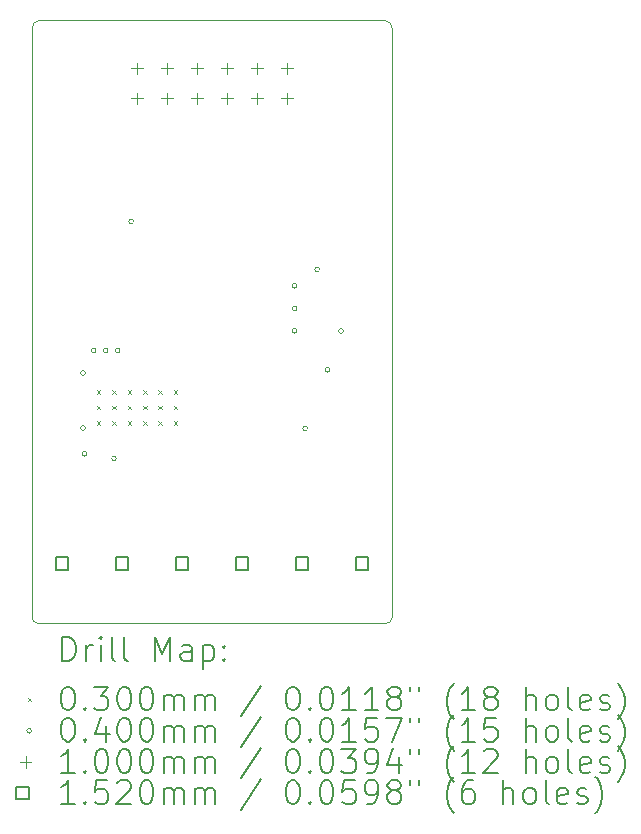
<source format=gbr>
%TF.GenerationSoftware,KiCad,Pcbnew,7.0.9-7.0.9~ubuntu20.04.1*%
%TF.CreationDate,2024-01-18T00:40:23+01:00*%
%TF.ProjectId,kicad-pmod_bldc,6b696361-642d-4706-9d6f-645f626c6463,1.0*%
%TF.SameCoordinates,Original*%
%TF.FileFunction,Drillmap*%
%TF.FilePolarity,Positive*%
%FSLAX45Y45*%
G04 Gerber Fmt 4.5, Leading zero omitted, Abs format (unit mm)*
G04 Created by KiCad (PCBNEW 7.0.9-7.0.9~ubuntu20.04.1) date 2024-01-18 00:40:23*
%MOMM*%
%LPD*%
G01*
G04 APERTURE LIST*
%ADD10C,0.100000*%
%ADD11C,0.200000*%
%ADD12C,0.152000*%
G04 APERTURE END LIST*
D10*
X12903200Y-10160000D02*
G75*
G03*
X12954000Y-10109200I0J50800D01*
G01*
X9906000Y-10109200D02*
G75*
G03*
X9956800Y-10160000I50800J0D01*
G01*
X9969500Y-5054600D02*
G75*
G03*
X9906000Y-5118100I0J-63500D01*
G01*
X12954000Y-5118100D02*
G75*
G03*
X12890500Y-5054600I-63500J0D01*
G01*
X12954000Y-10109200D02*
X12954000Y-5118100D01*
X12890500Y-5054600D02*
X9969500Y-5054600D01*
X9956800Y-10160000D02*
X12903200Y-10160000D01*
X9906000Y-5118100D02*
X9906000Y-10109200D01*
D11*
D10*
X10455000Y-8186200D02*
X10485000Y-8216200D01*
X10485000Y-8186200D02*
X10455000Y-8216200D01*
X10455000Y-8316200D02*
X10485000Y-8346200D01*
X10485000Y-8316200D02*
X10455000Y-8346200D01*
X10455000Y-8446200D02*
X10485000Y-8476200D01*
X10485000Y-8446200D02*
X10455000Y-8476200D01*
X10585000Y-8186200D02*
X10615000Y-8216200D01*
X10615000Y-8186200D02*
X10585000Y-8216200D01*
X10585000Y-8316200D02*
X10615000Y-8346200D01*
X10615000Y-8316200D02*
X10585000Y-8346200D01*
X10585000Y-8446200D02*
X10615000Y-8476200D01*
X10615000Y-8446200D02*
X10585000Y-8476200D01*
X10715000Y-8186200D02*
X10745000Y-8216200D01*
X10745000Y-8186200D02*
X10715000Y-8216200D01*
X10715000Y-8316200D02*
X10745000Y-8346200D01*
X10745000Y-8316200D02*
X10715000Y-8346200D01*
X10715000Y-8446200D02*
X10745000Y-8476200D01*
X10745000Y-8446200D02*
X10715000Y-8476200D01*
X10845000Y-8186200D02*
X10875000Y-8216200D01*
X10875000Y-8186200D02*
X10845000Y-8216200D01*
X10845000Y-8316200D02*
X10875000Y-8346200D01*
X10875000Y-8316200D02*
X10845000Y-8346200D01*
X10845000Y-8446200D02*
X10875000Y-8476200D01*
X10875000Y-8446200D02*
X10845000Y-8476200D01*
X10975000Y-8186200D02*
X11005000Y-8216200D01*
X11005000Y-8186200D02*
X10975000Y-8216200D01*
X10975000Y-8316200D02*
X11005000Y-8346200D01*
X11005000Y-8316200D02*
X10975000Y-8346200D01*
X10975000Y-8446200D02*
X11005000Y-8476200D01*
X11005000Y-8446200D02*
X10975000Y-8476200D01*
X11105000Y-8186200D02*
X11135000Y-8216200D01*
X11135000Y-8186200D02*
X11105000Y-8216200D01*
X11105000Y-8316200D02*
X11135000Y-8346200D01*
X11135000Y-8316200D02*
X11105000Y-8346200D01*
X11105000Y-8446200D02*
X11135000Y-8476200D01*
X11135000Y-8446200D02*
X11105000Y-8476200D01*
X10357750Y-8505150D02*
G75*
G03*
X10357750Y-8505150I-20000J0D01*
G01*
X10357800Y-8039100D02*
G75*
G03*
X10357800Y-8039100I-20000J0D01*
G01*
X10370500Y-8724900D02*
G75*
G03*
X10370500Y-8724900I-20000J0D01*
G01*
X10446700Y-7848600D02*
G75*
G03*
X10446700Y-7848600I-20000J0D01*
G01*
X10548300Y-7848600D02*
G75*
G03*
X10548300Y-7848600I-20000J0D01*
G01*
X10619420Y-8763000D02*
G75*
G03*
X10619420Y-8763000I-20000J0D01*
G01*
X10649900Y-7848600D02*
G75*
G03*
X10649900Y-7848600I-20000J0D01*
G01*
X10764200Y-6756400D02*
G75*
G03*
X10764200Y-6756400I-20000J0D01*
G01*
X12148500Y-7302500D02*
G75*
G03*
X12148500Y-7302500I-20000J0D01*
G01*
X12148500Y-7493000D02*
G75*
G03*
X12148500Y-7493000I-20000J0D01*
G01*
X12148500Y-7683500D02*
G75*
G03*
X12148500Y-7683500I-20000J0D01*
G01*
X12237400Y-8509000D02*
G75*
G03*
X12237400Y-8509000I-20000J0D01*
G01*
X12339000Y-7162800D02*
G75*
G03*
X12339000Y-7162800I-20000J0D01*
G01*
X12427900Y-8013700D02*
G75*
G03*
X12427900Y-8013700I-20000J0D01*
G01*
X12542200Y-7683500D02*
G75*
G03*
X12542200Y-7683500I-20000J0D01*
G01*
X10795000Y-5411000D02*
X10795000Y-5511000D01*
X10745000Y-5461000D02*
X10845000Y-5461000D01*
X10795000Y-5665000D02*
X10795000Y-5765000D01*
X10745000Y-5715000D02*
X10845000Y-5715000D01*
X11049000Y-5411000D02*
X11049000Y-5511000D01*
X10999000Y-5461000D02*
X11099000Y-5461000D01*
X11049000Y-5665000D02*
X11049000Y-5765000D01*
X10999000Y-5715000D02*
X11099000Y-5715000D01*
X11303000Y-5411000D02*
X11303000Y-5511000D01*
X11253000Y-5461000D02*
X11353000Y-5461000D01*
X11303000Y-5665000D02*
X11303000Y-5765000D01*
X11253000Y-5715000D02*
X11353000Y-5715000D01*
X11557000Y-5411000D02*
X11557000Y-5511000D01*
X11507000Y-5461000D02*
X11607000Y-5461000D01*
X11557000Y-5665000D02*
X11557000Y-5765000D01*
X11507000Y-5715000D02*
X11607000Y-5715000D01*
X11811000Y-5411000D02*
X11811000Y-5511000D01*
X11761000Y-5461000D02*
X11861000Y-5461000D01*
X11811000Y-5665000D02*
X11811000Y-5765000D01*
X11761000Y-5715000D02*
X11861000Y-5715000D01*
X12065000Y-5411000D02*
X12065000Y-5511000D01*
X12015000Y-5461000D02*
X12115000Y-5461000D01*
X12065000Y-5665000D02*
X12065000Y-5765000D01*
X12015000Y-5715000D02*
X12115000Y-5715000D01*
D12*
X10213741Y-9705741D02*
X10213741Y-9598259D01*
X10106259Y-9598259D01*
X10106259Y-9705741D01*
X10213741Y-9705741D01*
X10721741Y-9705741D02*
X10721741Y-9598259D01*
X10614259Y-9598259D01*
X10614259Y-9705741D01*
X10721741Y-9705741D01*
X11229741Y-9705741D02*
X11229741Y-9598259D01*
X11122259Y-9598259D01*
X11122259Y-9705741D01*
X11229741Y-9705741D01*
X11737741Y-9705741D02*
X11737741Y-9598259D01*
X11630259Y-9598259D01*
X11630259Y-9705741D01*
X11737741Y-9705741D01*
X12245741Y-9705741D02*
X12245741Y-9598259D01*
X12138259Y-9598259D01*
X12138259Y-9705741D01*
X12245741Y-9705741D01*
X12753741Y-9705741D02*
X12753741Y-9598259D01*
X12646259Y-9598259D01*
X12646259Y-9705741D01*
X12753741Y-9705741D01*
D11*
X10161777Y-10476484D02*
X10161777Y-10276484D01*
X10161777Y-10276484D02*
X10209396Y-10276484D01*
X10209396Y-10276484D02*
X10237967Y-10286008D01*
X10237967Y-10286008D02*
X10257015Y-10305055D01*
X10257015Y-10305055D02*
X10266539Y-10324103D01*
X10266539Y-10324103D02*
X10276063Y-10362198D01*
X10276063Y-10362198D02*
X10276063Y-10390770D01*
X10276063Y-10390770D02*
X10266539Y-10428865D01*
X10266539Y-10428865D02*
X10257015Y-10447912D01*
X10257015Y-10447912D02*
X10237967Y-10466960D01*
X10237967Y-10466960D02*
X10209396Y-10476484D01*
X10209396Y-10476484D02*
X10161777Y-10476484D01*
X10361777Y-10476484D02*
X10361777Y-10343150D01*
X10361777Y-10381246D02*
X10371301Y-10362198D01*
X10371301Y-10362198D02*
X10380824Y-10352674D01*
X10380824Y-10352674D02*
X10399872Y-10343150D01*
X10399872Y-10343150D02*
X10418920Y-10343150D01*
X10485586Y-10476484D02*
X10485586Y-10343150D01*
X10485586Y-10276484D02*
X10476063Y-10286008D01*
X10476063Y-10286008D02*
X10485586Y-10295531D01*
X10485586Y-10295531D02*
X10495110Y-10286008D01*
X10495110Y-10286008D02*
X10485586Y-10276484D01*
X10485586Y-10276484D02*
X10485586Y-10295531D01*
X10609396Y-10476484D02*
X10590348Y-10466960D01*
X10590348Y-10466960D02*
X10580824Y-10447912D01*
X10580824Y-10447912D02*
X10580824Y-10276484D01*
X10714158Y-10476484D02*
X10695110Y-10466960D01*
X10695110Y-10466960D02*
X10685586Y-10447912D01*
X10685586Y-10447912D02*
X10685586Y-10276484D01*
X10942729Y-10476484D02*
X10942729Y-10276484D01*
X10942729Y-10276484D02*
X11009396Y-10419341D01*
X11009396Y-10419341D02*
X11076063Y-10276484D01*
X11076063Y-10276484D02*
X11076063Y-10476484D01*
X11257015Y-10476484D02*
X11257015Y-10371722D01*
X11257015Y-10371722D02*
X11247491Y-10352674D01*
X11247491Y-10352674D02*
X11228443Y-10343150D01*
X11228443Y-10343150D02*
X11190348Y-10343150D01*
X11190348Y-10343150D02*
X11171301Y-10352674D01*
X11257015Y-10466960D02*
X11237967Y-10476484D01*
X11237967Y-10476484D02*
X11190348Y-10476484D01*
X11190348Y-10476484D02*
X11171301Y-10466960D01*
X11171301Y-10466960D02*
X11161777Y-10447912D01*
X11161777Y-10447912D02*
X11161777Y-10428865D01*
X11161777Y-10428865D02*
X11171301Y-10409817D01*
X11171301Y-10409817D02*
X11190348Y-10400293D01*
X11190348Y-10400293D02*
X11237967Y-10400293D01*
X11237967Y-10400293D02*
X11257015Y-10390770D01*
X11352253Y-10343150D02*
X11352253Y-10543150D01*
X11352253Y-10352674D02*
X11371301Y-10343150D01*
X11371301Y-10343150D02*
X11409396Y-10343150D01*
X11409396Y-10343150D02*
X11428443Y-10352674D01*
X11428443Y-10352674D02*
X11437967Y-10362198D01*
X11437967Y-10362198D02*
X11447491Y-10381246D01*
X11447491Y-10381246D02*
X11447491Y-10438389D01*
X11447491Y-10438389D02*
X11437967Y-10457436D01*
X11437967Y-10457436D02*
X11428443Y-10466960D01*
X11428443Y-10466960D02*
X11409396Y-10476484D01*
X11409396Y-10476484D02*
X11371301Y-10476484D01*
X11371301Y-10476484D02*
X11352253Y-10466960D01*
X11533205Y-10457436D02*
X11542729Y-10466960D01*
X11542729Y-10466960D02*
X11533205Y-10476484D01*
X11533205Y-10476484D02*
X11523682Y-10466960D01*
X11523682Y-10466960D02*
X11533205Y-10457436D01*
X11533205Y-10457436D02*
X11533205Y-10476484D01*
X11533205Y-10352674D02*
X11542729Y-10362198D01*
X11542729Y-10362198D02*
X11533205Y-10371722D01*
X11533205Y-10371722D02*
X11523682Y-10362198D01*
X11523682Y-10362198D02*
X11533205Y-10352674D01*
X11533205Y-10352674D02*
X11533205Y-10371722D01*
D10*
X9871000Y-10790000D02*
X9901000Y-10820000D01*
X9901000Y-10790000D02*
X9871000Y-10820000D01*
D11*
X10199872Y-10696484D02*
X10218920Y-10696484D01*
X10218920Y-10696484D02*
X10237967Y-10706008D01*
X10237967Y-10706008D02*
X10247491Y-10715531D01*
X10247491Y-10715531D02*
X10257015Y-10734579D01*
X10257015Y-10734579D02*
X10266539Y-10772674D01*
X10266539Y-10772674D02*
X10266539Y-10820293D01*
X10266539Y-10820293D02*
X10257015Y-10858389D01*
X10257015Y-10858389D02*
X10247491Y-10877436D01*
X10247491Y-10877436D02*
X10237967Y-10886960D01*
X10237967Y-10886960D02*
X10218920Y-10896484D01*
X10218920Y-10896484D02*
X10199872Y-10896484D01*
X10199872Y-10896484D02*
X10180824Y-10886960D01*
X10180824Y-10886960D02*
X10171301Y-10877436D01*
X10171301Y-10877436D02*
X10161777Y-10858389D01*
X10161777Y-10858389D02*
X10152253Y-10820293D01*
X10152253Y-10820293D02*
X10152253Y-10772674D01*
X10152253Y-10772674D02*
X10161777Y-10734579D01*
X10161777Y-10734579D02*
X10171301Y-10715531D01*
X10171301Y-10715531D02*
X10180824Y-10706008D01*
X10180824Y-10706008D02*
X10199872Y-10696484D01*
X10352253Y-10877436D02*
X10361777Y-10886960D01*
X10361777Y-10886960D02*
X10352253Y-10896484D01*
X10352253Y-10896484D02*
X10342729Y-10886960D01*
X10342729Y-10886960D02*
X10352253Y-10877436D01*
X10352253Y-10877436D02*
X10352253Y-10896484D01*
X10428444Y-10696484D02*
X10552253Y-10696484D01*
X10552253Y-10696484D02*
X10485586Y-10772674D01*
X10485586Y-10772674D02*
X10514158Y-10772674D01*
X10514158Y-10772674D02*
X10533205Y-10782198D01*
X10533205Y-10782198D02*
X10542729Y-10791722D01*
X10542729Y-10791722D02*
X10552253Y-10810770D01*
X10552253Y-10810770D02*
X10552253Y-10858389D01*
X10552253Y-10858389D02*
X10542729Y-10877436D01*
X10542729Y-10877436D02*
X10533205Y-10886960D01*
X10533205Y-10886960D02*
X10514158Y-10896484D01*
X10514158Y-10896484D02*
X10457015Y-10896484D01*
X10457015Y-10896484D02*
X10437967Y-10886960D01*
X10437967Y-10886960D02*
X10428444Y-10877436D01*
X10676063Y-10696484D02*
X10695110Y-10696484D01*
X10695110Y-10696484D02*
X10714158Y-10706008D01*
X10714158Y-10706008D02*
X10723682Y-10715531D01*
X10723682Y-10715531D02*
X10733205Y-10734579D01*
X10733205Y-10734579D02*
X10742729Y-10772674D01*
X10742729Y-10772674D02*
X10742729Y-10820293D01*
X10742729Y-10820293D02*
X10733205Y-10858389D01*
X10733205Y-10858389D02*
X10723682Y-10877436D01*
X10723682Y-10877436D02*
X10714158Y-10886960D01*
X10714158Y-10886960D02*
X10695110Y-10896484D01*
X10695110Y-10896484D02*
X10676063Y-10896484D01*
X10676063Y-10896484D02*
X10657015Y-10886960D01*
X10657015Y-10886960D02*
X10647491Y-10877436D01*
X10647491Y-10877436D02*
X10637967Y-10858389D01*
X10637967Y-10858389D02*
X10628444Y-10820293D01*
X10628444Y-10820293D02*
X10628444Y-10772674D01*
X10628444Y-10772674D02*
X10637967Y-10734579D01*
X10637967Y-10734579D02*
X10647491Y-10715531D01*
X10647491Y-10715531D02*
X10657015Y-10706008D01*
X10657015Y-10706008D02*
X10676063Y-10696484D01*
X10866539Y-10696484D02*
X10885586Y-10696484D01*
X10885586Y-10696484D02*
X10904634Y-10706008D01*
X10904634Y-10706008D02*
X10914158Y-10715531D01*
X10914158Y-10715531D02*
X10923682Y-10734579D01*
X10923682Y-10734579D02*
X10933205Y-10772674D01*
X10933205Y-10772674D02*
X10933205Y-10820293D01*
X10933205Y-10820293D02*
X10923682Y-10858389D01*
X10923682Y-10858389D02*
X10914158Y-10877436D01*
X10914158Y-10877436D02*
X10904634Y-10886960D01*
X10904634Y-10886960D02*
X10885586Y-10896484D01*
X10885586Y-10896484D02*
X10866539Y-10896484D01*
X10866539Y-10896484D02*
X10847491Y-10886960D01*
X10847491Y-10886960D02*
X10837967Y-10877436D01*
X10837967Y-10877436D02*
X10828444Y-10858389D01*
X10828444Y-10858389D02*
X10818920Y-10820293D01*
X10818920Y-10820293D02*
X10818920Y-10772674D01*
X10818920Y-10772674D02*
X10828444Y-10734579D01*
X10828444Y-10734579D02*
X10837967Y-10715531D01*
X10837967Y-10715531D02*
X10847491Y-10706008D01*
X10847491Y-10706008D02*
X10866539Y-10696484D01*
X11018920Y-10896484D02*
X11018920Y-10763150D01*
X11018920Y-10782198D02*
X11028444Y-10772674D01*
X11028444Y-10772674D02*
X11047491Y-10763150D01*
X11047491Y-10763150D02*
X11076063Y-10763150D01*
X11076063Y-10763150D02*
X11095110Y-10772674D01*
X11095110Y-10772674D02*
X11104634Y-10791722D01*
X11104634Y-10791722D02*
X11104634Y-10896484D01*
X11104634Y-10791722D02*
X11114158Y-10772674D01*
X11114158Y-10772674D02*
X11133205Y-10763150D01*
X11133205Y-10763150D02*
X11161777Y-10763150D01*
X11161777Y-10763150D02*
X11180825Y-10772674D01*
X11180825Y-10772674D02*
X11190348Y-10791722D01*
X11190348Y-10791722D02*
X11190348Y-10896484D01*
X11285586Y-10896484D02*
X11285586Y-10763150D01*
X11285586Y-10782198D02*
X11295110Y-10772674D01*
X11295110Y-10772674D02*
X11314158Y-10763150D01*
X11314158Y-10763150D02*
X11342729Y-10763150D01*
X11342729Y-10763150D02*
X11361777Y-10772674D01*
X11361777Y-10772674D02*
X11371301Y-10791722D01*
X11371301Y-10791722D02*
X11371301Y-10896484D01*
X11371301Y-10791722D02*
X11380824Y-10772674D01*
X11380824Y-10772674D02*
X11399872Y-10763150D01*
X11399872Y-10763150D02*
X11428443Y-10763150D01*
X11428443Y-10763150D02*
X11447491Y-10772674D01*
X11447491Y-10772674D02*
X11457015Y-10791722D01*
X11457015Y-10791722D02*
X11457015Y-10896484D01*
X11847491Y-10686960D02*
X11676063Y-10944103D01*
X12104634Y-10696484D02*
X12123682Y-10696484D01*
X12123682Y-10696484D02*
X12142729Y-10706008D01*
X12142729Y-10706008D02*
X12152253Y-10715531D01*
X12152253Y-10715531D02*
X12161777Y-10734579D01*
X12161777Y-10734579D02*
X12171301Y-10772674D01*
X12171301Y-10772674D02*
X12171301Y-10820293D01*
X12171301Y-10820293D02*
X12161777Y-10858389D01*
X12161777Y-10858389D02*
X12152253Y-10877436D01*
X12152253Y-10877436D02*
X12142729Y-10886960D01*
X12142729Y-10886960D02*
X12123682Y-10896484D01*
X12123682Y-10896484D02*
X12104634Y-10896484D01*
X12104634Y-10896484D02*
X12085586Y-10886960D01*
X12085586Y-10886960D02*
X12076063Y-10877436D01*
X12076063Y-10877436D02*
X12066539Y-10858389D01*
X12066539Y-10858389D02*
X12057015Y-10820293D01*
X12057015Y-10820293D02*
X12057015Y-10772674D01*
X12057015Y-10772674D02*
X12066539Y-10734579D01*
X12066539Y-10734579D02*
X12076063Y-10715531D01*
X12076063Y-10715531D02*
X12085586Y-10706008D01*
X12085586Y-10706008D02*
X12104634Y-10696484D01*
X12257015Y-10877436D02*
X12266539Y-10886960D01*
X12266539Y-10886960D02*
X12257015Y-10896484D01*
X12257015Y-10896484D02*
X12247491Y-10886960D01*
X12247491Y-10886960D02*
X12257015Y-10877436D01*
X12257015Y-10877436D02*
X12257015Y-10896484D01*
X12390348Y-10696484D02*
X12409396Y-10696484D01*
X12409396Y-10696484D02*
X12428444Y-10706008D01*
X12428444Y-10706008D02*
X12437967Y-10715531D01*
X12437967Y-10715531D02*
X12447491Y-10734579D01*
X12447491Y-10734579D02*
X12457015Y-10772674D01*
X12457015Y-10772674D02*
X12457015Y-10820293D01*
X12457015Y-10820293D02*
X12447491Y-10858389D01*
X12447491Y-10858389D02*
X12437967Y-10877436D01*
X12437967Y-10877436D02*
X12428444Y-10886960D01*
X12428444Y-10886960D02*
X12409396Y-10896484D01*
X12409396Y-10896484D02*
X12390348Y-10896484D01*
X12390348Y-10896484D02*
X12371301Y-10886960D01*
X12371301Y-10886960D02*
X12361777Y-10877436D01*
X12361777Y-10877436D02*
X12352253Y-10858389D01*
X12352253Y-10858389D02*
X12342729Y-10820293D01*
X12342729Y-10820293D02*
X12342729Y-10772674D01*
X12342729Y-10772674D02*
X12352253Y-10734579D01*
X12352253Y-10734579D02*
X12361777Y-10715531D01*
X12361777Y-10715531D02*
X12371301Y-10706008D01*
X12371301Y-10706008D02*
X12390348Y-10696484D01*
X12647491Y-10896484D02*
X12533206Y-10896484D01*
X12590348Y-10896484D02*
X12590348Y-10696484D01*
X12590348Y-10696484D02*
X12571301Y-10725055D01*
X12571301Y-10725055D02*
X12552253Y-10744103D01*
X12552253Y-10744103D02*
X12533206Y-10753627D01*
X12837967Y-10896484D02*
X12723682Y-10896484D01*
X12780825Y-10896484D02*
X12780825Y-10696484D01*
X12780825Y-10696484D02*
X12761777Y-10725055D01*
X12761777Y-10725055D02*
X12742729Y-10744103D01*
X12742729Y-10744103D02*
X12723682Y-10753627D01*
X12952253Y-10782198D02*
X12933206Y-10772674D01*
X12933206Y-10772674D02*
X12923682Y-10763150D01*
X12923682Y-10763150D02*
X12914158Y-10744103D01*
X12914158Y-10744103D02*
X12914158Y-10734579D01*
X12914158Y-10734579D02*
X12923682Y-10715531D01*
X12923682Y-10715531D02*
X12933206Y-10706008D01*
X12933206Y-10706008D02*
X12952253Y-10696484D01*
X12952253Y-10696484D02*
X12990348Y-10696484D01*
X12990348Y-10696484D02*
X13009396Y-10706008D01*
X13009396Y-10706008D02*
X13018920Y-10715531D01*
X13018920Y-10715531D02*
X13028444Y-10734579D01*
X13028444Y-10734579D02*
X13028444Y-10744103D01*
X13028444Y-10744103D02*
X13018920Y-10763150D01*
X13018920Y-10763150D02*
X13009396Y-10772674D01*
X13009396Y-10772674D02*
X12990348Y-10782198D01*
X12990348Y-10782198D02*
X12952253Y-10782198D01*
X12952253Y-10782198D02*
X12933206Y-10791722D01*
X12933206Y-10791722D02*
X12923682Y-10801246D01*
X12923682Y-10801246D02*
X12914158Y-10820293D01*
X12914158Y-10820293D02*
X12914158Y-10858389D01*
X12914158Y-10858389D02*
X12923682Y-10877436D01*
X12923682Y-10877436D02*
X12933206Y-10886960D01*
X12933206Y-10886960D02*
X12952253Y-10896484D01*
X12952253Y-10896484D02*
X12990348Y-10896484D01*
X12990348Y-10896484D02*
X13009396Y-10886960D01*
X13009396Y-10886960D02*
X13018920Y-10877436D01*
X13018920Y-10877436D02*
X13028444Y-10858389D01*
X13028444Y-10858389D02*
X13028444Y-10820293D01*
X13028444Y-10820293D02*
X13018920Y-10801246D01*
X13018920Y-10801246D02*
X13009396Y-10791722D01*
X13009396Y-10791722D02*
X12990348Y-10782198D01*
X13104634Y-10696484D02*
X13104634Y-10734579D01*
X13180825Y-10696484D02*
X13180825Y-10734579D01*
X13476063Y-10972674D02*
X13466539Y-10963150D01*
X13466539Y-10963150D02*
X13447491Y-10934579D01*
X13447491Y-10934579D02*
X13437968Y-10915531D01*
X13437968Y-10915531D02*
X13428444Y-10886960D01*
X13428444Y-10886960D02*
X13418920Y-10839341D01*
X13418920Y-10839341D02*
X13418920Y-10801246D01*
X13418920Y-10801246D02*
X13428444Y-10753627D01*
X13428444Y-10753627D02*
X13437968Y-10725055D01*
X13437968Y-10725055D02*
X13447491Y-10706008D01*
X13447491Y-10706008D02*
X13466539Y-10677436D01*
X13466539Y-10677436D02*
X13476063Y-10667912D01*
X13657015Y-10896484D02*
X13542729Y-10896484D01*
X13599872Y-10896484D02*
X13599872Y-10696484D01*
X13599872Y-10696484D02*
X13580825Y-10725055D01*
X13580825Y-10725055D02*
X13561777Y-10744103D01*
X13561777Y-10744103D02*
X13542729Y-10753627D01*
X13771301Y-10782198D02*
X13752253Y-10772674D01*
X13752253Y-10772674D02*
X13742729Y-10763150D01*
X13742729Y-10763150D02*
X13733206Y-10744103D01*
X13733206Y-10744103D02*
X13733206Y-10734579D01*
X13733206Y-10734579D02*
X13742729Y-10715531D01*
X13742729Y-10715531D02*
X13752253Y-10706008D01*
X13752253Y-10706008D02*
X13771301Y-10696484D01*
X13771301Y-10696484D02*
X13809396Y-10696484D01*
X13809396Y-10696484D02*
X13828444Y-10706008D01*
X13828444Y-10706008D02*
X13837968Y-10715531D01*
X13837968Y-10715531D02*
X13847491Y-10734579D01*
X13847491Y-10734579D02*
X13847491Y-10744103D01*
X13847491Y-10744103D02*
X13837968Y-10763150D01*
X13837968Y-10763150D02*
X13828444Y-10772674D01*
X13828444Y-10772674D02*
X13809396Y-10782198D01*
X13809396Y-10782198D02*
X13771301Y-10782198D01*
X13771301Y-10782198D02*
X13752253Y-10791722D01*
X13752253Y-10791722D02*
X13742729Y-10801246D01*
X13742729Y-10801246D02*
X13733206Y-10820293D01*
X13733206Y-10820293D02*
X13733206Y-10858389D01*
X13733206Y-10858389D02*
X13742729Y-10877436D01*
X13742729Y-10877436D02*
X13752253Y-10886960D01*
X13752253Y-10886960D02*
X13771301Y-10896484D01*
X13771301Y-10896484D02*
X13809396Y-10896484D01*
X13809396Y-10896484D02*
X13828444Y-10886960D01*
X13828444Y-10886960D02*
X13837968Y-10877436D01*
X13837968Y-10877436D02*
X13847491Y-10858389D01*
X13847491Y-10858389D02*
X13847491Y-10820293D01*
X13847491Y-10820293D02*
X13837968Y-10801246D01*
X13837968Y-10801246D02*
X13828444Y-10791722D01*
X13828444Y-10791722D02*
X13809396Y-10782198D01*
X14085587Y-10896484D02*
X14085587Y-10696484D01*
X14171301Y-10896484D02*
X14171301Y-10791722D01*
X14171301Y-10791722D02*
X14161777Y-10772674D01*
X14161777Y-10772674D02*
X14142730Y-10763150D01*
X14142730Y-10763150D02*
X14114158Y-10763150D01*
X14114158Y-10763150D02*
X14095110Y-10772674D01*
X14095110Y-10772674D02*
X14085587Y-10782198D01*
X14295110Y-10896484D02*
X14276063Y-10886960D01*
X14276063Y-10886960D02*
X14266539Y-10877436D01*
X14266539Y-10877436D02*
X14257015Y-10858389D01*
X14257015Y-10858389D02*
X14257015Y-10801246D01*
X14257015Y-10801246D02*
X14266539Y-10782198D01*
X14266539Y-10782198D02*
X14276063Y-10772674D01*
X14276063Y-10772674D02*
X14295110Y-10763150D01*
X14295110Y-10763150D02*
X14323682Y-10763150D01*
X14323682Y-10763150D02*
X14342730Y-10772674D01*
X14342730Y-10772674D02*
X14352253Y-10782198D01*
X14352253Y-10782198D02*
X14361777Y-10801246D01*
X14361777Y-10801246D02*
X14361777Y-10858389D01*
X14361777Y-10858389D02*
X14352253Y-10877436D01*
X14352253Y-10877436D02*
X14342730Y-10886960D01*
X14342730Y-10886960D02*
X14323682Y-10896484D01*
X14323682Y-10896484D02*
X14295110Y-10896484D01*
X14476063Y-10896484D02*
X14457015Y-10886960D01*
X14457015Y-10886960D02*
X14447491Y-10867912D01*
X14447491Y-10867912D02*
X14447491Y-10696484D01*
X14628444Y-10886960D02*
X14609396Y-10896484D01*
X14609396Y-10896484D02*
X14571301Y-10896484D01*
X14571301Y-10896484D02*
X14552253Y-10886960D01*
X14552253Y-10886960D02*
X14542730Y-10867912D01*
X14542730Y-10867912D02*
X14542730Y-10791722D01*
X14542730Y-10791722D02*
X14552253Y-10772674D01*
X14552253Y-10772674D02*
X14571301Y-10763150D01*
X14571301Y-10763150D02*
X14609396Y-10763150D01*
X14609396Y-10763150D02*
X14628444Y-10772674D01*
X14628444Y-10772674D02*
X14637968Y-10791722D01*
X14637968Y-10791722D02*
X14637968Y-10810770D01*
X14637968Y-10810770D02*
X14542730Y-10829817D01*
X14714158Y-10886960D02*
X14733206Y-10896484D01*
X14733206Y-10896484D02*
X14771301Y-10896484D01*
X14771301Y-10896484D02*
X14790349Y-10886960D01*
X14790349Y-10886960D02*
X14799872Y-10867912D01*
X14799872Y-10867912D02*
X14799872Y-10858389D01*
X14799872Y-10858389D02*
X14790349Y-10839341D01*
X14790349Y-10839341D02*
X14771301Y-10829817D01*
X14771301Y-10829817D02*
X14742730Y-10829817D01*
X14742730Y-10829817D02*
X14723682Y-10820293D01*
X14723682Y-10820293D02*
X14714158Y-10801246D01*
X14714158Y-10801246D02*
X14714158Y-10791722D01*
X14714158Y-10791722D02*
X14723682Y-10772674D01*
X14723682Y-10772674D02*
X14742730Y-10763150D01*
X14742730Y-10763150D02*
X14771301Y-10763150D01*
X14771301Y-10763150D02*
X14790349Y-10772674D01*
X14866539Y-10972674D02*
X14876063Y-10963150D01*
X14876063Y-10963150D02*
X14895111Y-10934579D01*
X14895111Y-10934579D02*
X14904634Y-10915531D01*
X14904634Y-10915531D02*
X14914158Y-10886960D01*
X14914158Y-10886960D02*
X14923682Y-10839341D01*
X14923682Y-10839341D02*
X14923682Y-10801246D01*
X14923682Y-10801246D02*
X14914158Y-10753627D01*
X14914158Y-10753627D02*
X14904634Y-10725055D01*
X14904634Y-10725055D02*
X14895111Y-10706008D01*
X14895111Y-10706008D02*
X14876063Y-10677436D01*
X14876063Y-10677436D02*
X14866539Y-10667912D01*
D10*
X9901000Y-11069000D02*
G75*
G03*
X9901000Y-11069000I-20000J0D01*
G01*
D11*
X10199872Y-10960484D02*
X10218920Y-10960484D01*
X10218920Y-10960484D02*
X10237967Y-10970008D01*
X10237967Y-10970008D02*
X10247491Y-10979531D01*
X10247491Y-10979531D02*
X10257015Y-10998579D01*
X10257015Y-10998579D02*
X10266539Y-11036674D01*
X10266539Y-11036674D02*
X10266539Y-11084293D01*
X10266539Y-11084293D02*
X10257015Y-11122389D01*
X10257015Y-11122389D02*
X10247491Y-11141436D01*
X10247491Y-11141436D02*
X10237967Y-11150960D01*
X10237967Y-11150960D02*
X10218920Y-11160484D01*
X10218920Y-11160484D02*
X10199872Y-11160484D01*
X10199872Y-11160484D02*
X10180824Y-11150960D01*
X10180824Y-11150960D02*
X10171301Y-11141436D01*
X10171301Y-11141436D02*
X10161777Y-11122389D01*
X10161777Y-11122389D02*
X10152253Y-11084293D01*
X10152253Y-11084293D02*
X10152253Y-11036674D01*
X10152253Y-11036674D02*
X10161777Y-10998579D01*
X10161777Y-10998579D02*
X10171301Y-10979531D01*
X10171301Y-10979531D02*
X10180824Y-10970008D01*
X10180824Y-10970008D02*
X10199872Y-10960484D01*
X10352253Y-11141436D02*
X10361777Y-11150960D01*
X10361777Y-11150960D02*
X10352253Y-11160484D01*
X10352253Y-11160484D02*
X10342729Y-11150960D01*
X10342729Y-11150960D02*
X10352253Y-11141436D01*
X10352253Y-11141436D02*
X10352253Y-11160484D01*
X10533205Y-11027150D02*
X10533205Y-11160484D01*
X10485586Y-10950960D02*
X10437967Y-11093817D01*
X10437967Y-11093817D02*
X10561777Y-11093817D01*
X10676063Y-10960484D02*
X10695110Y-10960484D01*
X10695110Y-10960484D02*
X10714158Y-10970008D01*
X10714158Y-10970008D02*
X10723682Y-10979531D01*
X10723682Y-10979531D02*
X10733205Y-10998579D01*
X10733205Y-10998579D02*
X10742729Y-11036674D01*
X10742729Y-11036674D02*
X10742729Y-11084293D01*
X10742729Y-11084293D02*
X10733205Y-11122389D01*
X10733205Y-11122389D02*
X10723682Y-11141436D01*
X10723682Y-11141436D02*
X10714158Y-11150960D01*
X10714158Y-11150960D02*
X10695110Y-11160484D01*
X10695110Y-11160484D02*
X10676063Y-11160484D01*
X10676063Y-11160484D02*
X10657015Y-11150960D01*
X10657015Y-11150960D02*
X10647491Y-11141436D01*
X10647491Y-11141436D02*
X10637967Y-11122389D01*
X10637967Y-11122389D02*
X10628444Y-11084293D01*
X10628444Y-11084293D02*
X10628444Y-11036674D01*
X10628444Y-11036674D02*
X10637967Y-10998579D01*
X10637967Y-10998579D02*
X10647491Y-10979531D01*
X10647491Y-10979531D02*
X10657015Y-10970008D01*
X10657015Y-10970008D02*
X10676063Y-10960484D01*
X10866539Y-10960484D02*
X10885586Y-10960484D01*
X10885586Y-10960484D02*
X10904634Y-10970008D01*
X10904634Y-10970008D02*
X10914158Y-10979531D01*
X10914158Y-10979531D02*
X10923682Y-10998579D01*
X10923682Y-10998579D02*
X10933205Y-11036674D01*
X10933205Y-11036674D02*
X10933205Y-11084293D01*
X10933205Y-11084293D02*
X10923682Y-11122389D01*
X10923682Y-11122389D02*
X10914158Y-11141436D01*
X10914158Y-11141436D02*
X10904634Y-11150960D01*
X10904634Y-11150960D02*
X10885586Y-11160484D01*
X10885586Y-11160484D02*
X10866539Y-11160484D01*
X10866539Y-11160484D02*
X10847491Y-11150960D01*
X10847491Y-11150960D02*
X10837967Y-11141436D01*
X10837967Y-11141436D02*
X10828444Y-11122389D01*
X10828444Y-11122389D02*
X10818920Y-11084293D01*
X10818920Y-11084293D02*
X10818920Y-11036674D01*
X10818920Y-11036674D02*
X10828444Y-10998579D01*
X10828444Y-10998579D02*
X10837967Y-10979531D01*
X10837967Y-10979531D02*
X10847491Y-10970008D01*
X10847491Y-10970008D02*
X10866539Y-10960484D01*
X11018920Y-11160484D02*
X11018920Y-11027150D01*
X11018920Y-11046198D02*
X11028444Y-11036674D01*
X11028444Y-11036674D02*
X11047491Y-11027150D01*
X11047491Y-11027150D02*
X11076063Y-11027150D01*
X11076063Y-11027150D02*
X11095110Y-11036674D01*
X11095110Y-11036674D02*
X11104634Y-11055722D01*
X11104634Y-11055722D02*
X11104634Y-11160484D01*
X11104634Y-11055722D02*
X11114158Y-11036674D01*
X11114158Y-11036674D02*
X11133205Y-11027150D01*
X11133205Y-11027150D02*
X11161777Y-11027150D01*
X11161777Y-11027150D02*
X11180825Y-11036674D01*
X11180825Y-11036674D02*
X11190348Y-11055722D01*
X11190348Y-11055722D02*
X11190348Y-11160484D01*
X11285586Y-11160484D02*
X11285586Y-11027150D01*
X11285586Y-11046198D02*
X11295110Y-11036674D01*
X11295110Y-11036674D02*
X11314158Y-11027150D01*
X11314158Y-11027150D02*
X11342729Y-11027150D01*
X11342729Y-11027150D02*
X11361777Y-11036674D01*
X11361777Y-11036674D02*
X11371301Y-11055722D01*
X11371301Y-11055722D02*
X11371301Y-11160484D01*
X11371301Y-11055722D02*
X11380824Y-11036674D01*
X11380824Y-11036674D02*
X11399872Y-11027150D01*
X11399872Y-11027150D02*
X11428443Y-11027150D01*
X11428443Y-11027150D02*
X11447491Y-11036674D01*
X11447491Y-11036674D02*
X11457015Y-11055722D01*
X11457015Y-11055722D02*
X11457015Y-11160484D01*
X11847491Y-10950960D02*
X11676063Y-11208103D01*
X12104634Y-10960484D02*
X12123682Y-10960484D01*
X12123682Y-10960484D02*
X12142729Y-10970008D01*
X12142729Y-10970008D02*
X12152253Y-10979531D01*
X12152253Y-10979531D02*
X12161777Y-10998579D01*
X12161777Y-10998579D02*
X12171301Y-11036674D01*
X12171301Y-11036674D02*
X12171301Y-11084293D01*
X12171301Y-11084293D02*
X12161777Y-11122389D01*
X12161777Y-11122389D02*
X12152253Y-11141436D01*
X12152253Y-11141436D02*
X12142729Y-11150960D01*
X12142729Y-11150960D02*
X12123682Y-11160484D01*
X12123682Y-11160484D02*
X12104634Y-11160484D01*
X12104634Y-11160484D02*
X12085586Y-11150960D01*
X12085586Y-11150960D02*
X12076063Y-11141436D01*
X12076063Y-11141436D02*
X12066539Y-11122389D01*
X12066539Y-11122389D02*
X12057015Y-11084293D01*
X12057015Y-11084293D02*
X12057015Y-11036674D01*
X12057015Y-11036674D02*
X12066539Y-10998579D01*
X12066539Y-10998579D02*
X12076063Y-10979531D01*
X12076063Y-10979531D02*
X12085586Y-10970008D01*
X12085586Y-10970008D02*
X12104634Y-10960484D01*
X12257015Y-11141436D02*
X12266539Y-11150960D01*
X12266539Y-11150960D02*
X12257015Y-11160484D01*
X12257015Y-11160484D02*
X12247491Y-11150960D01*
X12247491Y-11150960D02*
X12257015Y-11141436D01*
X12257015Y-11141436D02*
X12257015Y-11160484D01*
X12390348Y-10960484D02*
X12409396Y-10960484D01*
X12409396Y-10960484D02*
X12428444Y-10970008D01*
X12428444Y-10970008D02*
X12437967Y-10979531D01*
X12437967Y-10979531D02*
X12447491Y-10998579D01*
X12447491Y-10998579D02*
X12457015Y-11036674D01*
X12457015Y-11036674D02*
X12457015Y-11084293D01*
X12457015Y-11084293D02*
X12447491Y-11122389D01*
X12447491Y-11122389D02*
X12437967Y-11141436D01*
X12437967Y-11141436D02*
X12428444Y-11150960D01*
X12428444Y-11150960D02*
X12409396Y-11160484D01*
X12409396Y-11160484D02*
X12390348Y-11160484D01*
X12390348Y-11160484D02*
X12371301Y-11150960D01*
X12371301Y-11150960D02*
X12361777Y-11141436D01*
X12361777Y-11141436D02*
X12352253Y-11122389D01*
X12352253Y-11122389D02*
X12342729Y-11084293D01*
X12342729Y-11084293D02*
X12342729Y-11036674D01*
X12342729Y-11036674D02*
X12352253Y-10998579D01*
X12352253Y-10998579D02*
X12361777Y-10979531D01*
X12361777Y-10979531D02*
X12371301Y-10970008D01*
X12371301Y-10970008D02*
X12390348Y-10960484D01*
X12647491Y-11160484D02*
X12533206Y-11160484D01*
X12590348Y-11160484D02*
X12590348Y-10960484D01*
X12590348Y-10960484D02*
X12571301Y-10989055D01*
X12571301Y-10989055D02*
X12552253Y-11008103D01*
X12552253Y-11008103D02*
X12533206Y-11017627D01*
X12828444Y-10960484D02*
X12733206Y-10960484D01*
X12733206Y-10960484D02*
X12723682Y-11055722D01*
X12723682Y-11055722D02*
X12733206Y-11046198D01*
X12733206Y-11046198D02*
X12752253Y-11036674D01*
X12752253Y-11036674D02*
X12799872Y-11036674D01*
X12799872Y-11036674D02*
X12818920Y-11046198D01*
X12818920Y-11046198D02*
X12828444Y-11055722D01*
X12828444Y-11055722D02*
X12837967Y-11074770D01*
X12837967Y-11074770D02*
X12837967Y-11122389D01*
X12837967Y-11122389D02*
X12828444Y-11141436D01*
X12828444Y-11141436D02*
X12818920Y-11150960D01*
X12818920Y-11150960D02*
X12799872Y-11160484D01*
X12799872Y-11160484D02*
X12752253Y-11160484D01*
X12752253Y-11160484D02*
X12733206Y-11150960D01*
X12733206Y-11150960D02*
X12723682Y-11141436D01*
X12904634Y-10960484D02*
X13037967Y-10960484D01*
X13037967Y-10960484D02*
X12952253Y-11160484D01*
X13104634Y-10960484D02*
X13104634Y-10998579D01*
X13180825Y-10960484D02*
X13180825Y-10998579D01*
X13476063Y-11236674D02*
X13466539Y-11227150D01*
X13466539Y-11227150D02*
X13447491Y-11198579D01*
X13447491Y-11198579D02*
X13437968Y-11179531D01*
X13437968Y-11179531D02*
X13428444Y-11150960D01*
X13428444Y-11150960D02*
X13418920Y-11103341D01*
X13418920Y-11103341D02*
X13418920Y-11065246D01*
X13418920Y-11065246D02*
X13428444Y-11017627D01*
X13428444Y-11017627D02*
X13437968Y-10989055D01*
X13437968Y-10989055D02*
X13447491Y-10970008D01*
X13447491Y-10970008D02*
X13466539Y-10941436D01*
X13466539Y-10941436D02*
X13476063Y-10931912D01*
X13657015Y-11160484D02*
X13542729Y-11160484D01*
X13599872Y-11160484D02*
X13599872Y-10960484D01*
X13599872Y-10960484D02*
X13580825Y-10989055D01*
X13580825Y-10989055D02*
X13561777Y-11008103D01*
X13561777Y-11008103D02*
X13542729Y-11017627D01*
X13837968Y-10960484D02*
X13742729Y-10960484D01*
X13742729Y-10960484D02*
X13733206Y-11055722D01*
X13733206Y-11055722D02*
X13742729Y-11046198D01*
X13742729Y-11046198D02*
X13761777Y-11036674D01*
X13761777Y-11036674D02*
X13809396Y-11036674D01*
X13809396Y-11036674D02*
X13828444Y-11046198D01*
X13828444Y-11046198D02*
X13837968Y-11055722D01*
X13837968Y-11055722D02*
X13847491Y-11074770D01*
X13847491Y-11074770D02*
X13847491Y-11122389D01*
X13847491Y-11122389D02*
X13837968Y-11141436D01*
X13837968Y-11141436D02*
X13828444Y-11150960D01*
X13828444Y-11150960D02*
X13809396Y-11160484D01*
X13809396Y-11160484D02*
X13761777Y-11160484D01*
X13761777Y-11160484D02*
X13742729Y-11150960D01*
X13742729Y-11150960D02*
X13733206Y-11141436D01*
X14085587Y-11160484D02*
X14085587Y-10960484D01*
X14171301Y-11160484D02*
X14171301Y-11055722D01*
X14171301Y-11055722D02*
X14161777Y-11036674D01*
X14161777Y-11036674D02*
X14142730Y-11027150D01*
X14142730Y-11027150D02*
X14114158Y-11027150D01*
X14114158Y-11027150D02*
X14095110Y-11036674D01*
X14095110Y-11036674D02*
X14085587Y-11046198D01*
X14295110Y-11160484D02*
X14276063Y-11150960D01*
X14276063Y-11150960D02*
X14266539Y-11141436D01*
X14266539Y-11141436D02*
X14257015Y-11122389D01*
X14257015Y-11122389D02*
X14257015Y-11065246D01*
X14257015Y-11065246D02*
X14266539Y-11046198D01*
X14266539Y-11046198D02*
X14276063Y-11036674D01*
X14276063Y-11036674D02*
X14295110Y-11027150D01*
X14295110Y-11027150D02*
X14323682Y-11027150D01*
X14323682Y-11027150D02*
X14342730Y-11036674D01*
X14342730Y-11036674D02*
X14352253Y-11046198D01*
X14352253Y-11046198D02*
X14361777Y-11065246D01*
X14361777Y-11065246D02*
X14361777Y-11122389D01*
X14361777Y-11122389D02*
X14352253Y-11141436D01*
X14352253Y-11141436D02*
X14342730Y-11150960D01*
X14342730Y-11150960D02*
X14323682Y-11160484D01*
X14323682Y-11160484D02*
X14295110Y-11160484D01*
X14476063Y-11160484D02*
X14457015Y-11150960D01*
X14457015Y-11150960D02*
X14447491Y-11131912D01*
X14447491Y-11131912D02*
X14447491Y-10960484D01*
X14628444Y-11150960D02*
X14609396Y-11160484D01*
X14609396Y-11160484D02*
X14571301Y-11160484D01*
X14571301Y-11160484D02*
X14552253Y-11150960D01*
X14552253Y-11150960D02*
X14542730Y-11131912D01*
X14542730Y-11131912D02*
X14542730Y-11055722D01*
X14542730Y-11055722D02*
X14552253Y-11036674D01*
X14552253Y-11036674D02*
X14571301Y-11027150D01*
X14571301Y-11027150D02*
X14609396Y-11027150D01*
X14609396Y-11027150D02*
X14628444Y-11036674D01*
X14628444Y-11036674D02*
X14637968Y-11055722D01*
X14637968Y-11055722D02*
X14637968Y-11074770D01*
X14637968Y-11074770D02*
X14542730Y-11093817D01*
X14714158Y-11150960D02*
X14733206Y-11160484D01*
X14733206Y-11160484D02*
X14771301Y-11160484D01*
X14771301Y-11160484D02*
X14790349Y-11150960D01*
X14790349Y-11150960D02*
X14799872Y-11131912D01*
X14799872Y-11131912D02*
X14799872Y-11122389D01*
X14799872Y-11122389D02*
X14790349Y-11103341D01*
X14790349Y-11103341D02*
X14771301Y-11093817D01*
X14771301Y-11093817D02*
X14742730Y-11093817D01*
X14742730Y-11093817D02*
X14723682Y-11084293D01*
X14723682Y-11084293D02*
X14714158Y-11065246D01*
X14714158Y-11065246D02*
X14714158Y-11055722D01*
X14714158Y-11055722D02*
X14723682Y-11036674D01*
X14723682Y-11036674D02*
X14742730Y-11027150D01*
X14742730Y-11027150D02*
X14771301Y-11027150D01*
X14771301Y-11027150D02*
X14790349Y-11036674D01*
X14866539Y-11236674D02*
X14876063Y-11227150D01*
X14876063Y-11227150D02*
X14895111Y-11198579D01*
X14895111Y-11198579D02*
X14904634Y-11179531D01*
X14904634Y-11179531D02*
X14914158Y-11150960D01*
X14914158Y-11150960D02*
X14923682Y-11103341D01*
X14923682Y-11103341D02*
X14923682Y-11065246D01*
X14923682Y-11065246D02*
X14914158Y-11017627D01*
X14914158Y-11017627D02*
X14904634Y-10989055D01*
X14904634Y-10989055D02*
X14895111Y-10970008D01*
X14895111Y-10970008D02*
X14876063Y-10941436D01*
X14876063Y-10941436D02*
X14866539Y-10931912D01*
D10*
X9851000Y-11283000D02*
X9851000Y-11383000D01*
X9801000Y-11333000D02*
X9901000Y-11333000D01*
D11*
X10266539Y-11424484D02*
X10152253Y-11424484D01*
X10209396Y-11424484D02*
X10209396Y-11224484D01*
X10209396Y-11224484D02*
X10190348Y-11253055D01*
X10190348Y-11253055D02*
X10171301Y-11272103D01*
X10171301Y-11272103D02*
X10152253Y-11281627D01*
X10352253Y-11405436D02*
X10361777Y-11414960D01*
X10361777Y-11414960D02*
X10352253Y-11424484D01*
X10352253Y-11424484D02*
X10342729Y-11414960D01*
X10342729Y-11414960D02*
X10352253Y-11405436D01*
X10352253Y-11405436D02*
X10352253Y-11424484D01*
X10485586Y-11224484D02*
X10504634Y-11224484D01*
X10504634Y-11224484D02*
X10523682Y-11234008D01*
X10523682Y-11234008D02*
X10533205Y-11243531D01*
X10533205Y-11243531D02*
X10542729Y-11262579D01*
X10542729Y-11262579D02*
X10552253Y-11300674D01*
X10552253Y-11300674D02*
X10552253Y-11348293D01*
X10552253Y-11348293D02*
X10542729Y-11386388D01*
X10542729Y-11386388D02*
X10533205Y-11405436D01*
X10533205Y-11405436D02*
X10523682Y-11414960D01*
X10523682Y-11414960D02*
X10504634Y-11424484D01*
X10504634Y-11424484D02*
X10485586Y-11424484D01*
X10485586Y-11424484D02*
X10466539Y-11414960D01*
X10466539Y-11414960D02*
X10457015Y-11405436D01*
X10457015Y-11405436D02*
X10447491Y-11386388D01*
X10447491Y-11386388D02*
X10437967Y-11348293D01*
X10437967Y-11348293D02*
X10437967Y-11300674D01*
X10437967Y-11300674D02*
X10447491Y-11262579D01*
X10447491Y-11262579D02*
X10457015Y-11243531D01*
X10457015Y-11243531D02*
X10466539Y-11234008D01*
X10466539Y-11234008D02*
X10485586Y-11224484D01*
X10676063Y-11224484D02*
X10695110Y-11224484D01*
X10695110Y-11224484D02*
X10714158Y-11234008D01*
X10714158Y-11234008D02*
X10723682Y-11243531D01*
X10723682Y-11243531D02*
X10733205Y-11262579D01*
X10733205Y-11262579D02*
X10742729Y-11300674D01*
X10742729Y-11300674D02*
X10742729Y-11348293D01*
X10742729Y-11348293D02*
X10733205Y-11386388D01*
X10733205Y-11386388D02*
X10723682Y-11405436D01*
X10723682Y-11405436D02*
X10714158Y-11414960D01*
X10714158Y-11414960D02*
X10695110Y-11424484D01*
X10695110Y-11424484D02*
X10676063Y-11424484D01*
X10676063Y-11424484D02*
X10657015Y-11414960D01*
X10657015Y-11414960D02*
X10647491Y-11405436D01*
X10647491Y-11405436D02*
X10637967Y-11386388D01*
X10637967Y-11386388D02*
X10628444Y-11348293D01*
X10628444Y-11348293D02*
X10628444Y-11300674D01*
X10628444Y-11300674D02*
X10637967Y-11262579D01*
X10637967Y-11262579D02*
X10647491Y-11243531D01*
X10647491Y-11243531D02*
X10657015Y-11234008D01*
X10657015Y-11234008D02*
X10676063Y-11224484D01*
X10866539Y-11224484D02*
X10885586Y-11224484D01*
X10885586Y-11224484D02*
X10904634Y-11234008D01*
X10904634Y-11234008D02*
X10914158Y-11243531D01*
X10914158Y-11243531D02*
X10923682Y-11262579D01*
X10923682Y-11262579D02*
X10933205Y-11300674D01*
X10933205Y-11300674D02*
X10933205Y-11348293D01*
X10933205Y-11348293D02*
X10923682Y-11386388D01*
X10923682Y-11386388D02*
X10914158Y-11405436D01*
X10914158Y-11405436D02*
X10904634Y-11414960D01*
X10904634Y-11414960D02*
X10885586Y-11424484D01*
X10885586Y-11424484D02*
X10866539Y-11424484D01*
X10866539Y-11424484D02*
X10847491Y-11414960D01*
X10847491Y-11414960D02*
X10837967Y-11405436D01*
X10837967Y-11405436D02*
X10828444Y-11386388D01*
X10828444Y-11386388D02*
X10818920Y-11348293D01*
X10818920Y-11348293D02*
X10818920Y-11300674D01*
X10818920Y-11300674D02*
X10828444Y-11262579D01*
X10828444Y-11262579D02*
X10837967Y-11243531D01*
X10837967Y-11243531D02*
X10847491Y-11234008D01*
X10847491Y-11234008D02*
X10866539Y-11224484D01*
X11018920Y-11424484D02*
X11018920Y-11291150D01*
X11018920Y-11310198D02*
X11028444Y-11300674D01*
X11028444Y-11300674D02*
X11047491Y-11291150D01*
X11047491Y-11291150D02*
X11076063Y-11291150D01*
X11076063Y-11291150D02*
X11095110Y-11300674D01*
X11095110Y-11300674D02*
X11104634Y-11319722D01*
X11104634Y-11319722D02*
X11104634Y-11424484D01*
X11104634Y-11319722D02*
X11114158Y-11300674D01*
X11114158Y-11300674D02*
X11133205Y-11291150D01*
X11133205Y-11291150D02*
X11161777Y-11291150D01*
X11161777Y-11291150D02*
X11180825Y-11300674D01*
X11180825Y-11300674D02*
X11190348Y-11319722D01*
X11190348Y-11319722D02*
X11190348Y-11424484D01*
X11285586Y-11424484D02*
X11285586Y-11291150D01*
X11285586Y-11310198D02*
X11295110Y-11300674D01*
X11295110Y-11300674D02*
X11314158Y-11291150D01*
X11314158Y-11291150D02*
X11342729Y-11291150D01*
X11342729Y-11291150D02*
X11361777Y-11300674D01*
X11361777Y-11300674D02*
X11371301Y-11319722D01*
X11371301Y-11319722D02*
X11371301Y-11424484D01*
X11371301Y-11319722D02*
X11380824Y-11300674D01*
X11380824Y-11300674D02*
X11399872Y-11291150D01*
X11399872Y-11291150D02*
X11428443Y-11291150D01*
X11428443Y-11291150D02*
X11447491Y-11300674D01*
X11447491Y-11300674D02*
X11457015Y-11319722D01*
X11457015Y-11319722D02*
X11457015Y-11424484D01*
X11847491Y-11214960D02*
X11676063Y-11472103D01*
X12104634Y-11224484D02*
X12123682Y-11224484D01*
X12123682Y-11224484D02*
X12142729Y-11234008D01*
X12142729Y-11234008D02*
X12152253Y-11243531D01*
X12152253Y-11243531D02*
X12161777Y-11262579D01*
X12161777Y-11262579D02*
X12171301Y-11300674D01*
X12171301Y-11300674D02*
X12171301Y-11348293D01*
X12171301Y-11348293D02*
X12161777Y-11386388D01*
X12161777Y-11386388D02*
X12152253Y-11405436D01*
X12152253Y-11405436D02*
X12142729Y-11414960D01*
X12142729Y-11414960D02*
X12123682Y-11424484D01*
X12123682Y-11424484D02*
X12104634Y-11424484D01*
X12104634Y-11424484D02*
X12085586Y-11414960D01*
X12085586Y-11414960D02*
X12076063Y-11405436D01*
X12076063Y-11405436D02*
X12066539Y-11386388D01*
X12066539Y-11386388D02*
X12057015Y-11348293D01*
X12057015Y-11348293D02*
X12057015Y-11300674D01*
X12057015Y-11300674D02*
X12066539Y-11262579D01*
X12066539Y-11262579D02*
X12076063Y-11243531D01*
X12076063Y-11243531D02*
X12085586Y-11234008D01*
X12085586Y-11234008D02*
X12104634Y-11224484D01*
X12257015Y-11405436D02*
X12266539Y-11414960D01*
X12266539Y-11414960D02*
X12257015Y-11424484D01*
X12257015Y-11424484D02*
X12247491Y-11414960D01*
X12247491Y-11414960D02*
X12257015Y-11405436D01*
X12257015Y-11405436D02*
X12257015Y-11424484D01*
X12390348Y-11224484D02*
X12409396Y-11224484D01*
X12409396Y-11224484D02*
X12428444Y-11234008D01*
X12428444Y-11234008D02*
X12437967Y-11243531D01*
X12437967Y-11243531D02*
X12447491Y-11262579D01*
X12447491Y-11262579D02*
X12457015Y-11300674D01*
X12457015Y-11300674D02*
X12457015Y-11348293D01*
X12457015Y-11348293D02*
X12447491Y-11386388D01*
X12447491Y-11386388D02*
X12437967Y-11405436D01*
X12437967Y-11405436D02*
X12428444Y-11414960D01*
X12428444Y-11414960D02*
X12409396Y-11424484D01*
X12409396Y-11424484D02*
X12390348Y-11424484D01*
X12390348Y-11424484D02*
X12371301Y-11414960D01*
X12371301Y-11414960D02*
X12361777Y-11405436D01*
X12361777Y-11405436D02*
X12352253Y-11386388D01*
X12352253Y-11386388D02*
X12342729Y-11348293D01*
X12342729Y-11348293D02*
X12342729Y-11300674D01*
X12342729Y-11300674D02*
X12352253Y-11262579D01*
X12352253Y-11262579D02*
X12361777Y-11243531D01*
X12361777Y-11243531D02*
X12371301Y-11234008D01*
X12371301Y-11234008D02*
X12390348Y-11224484D01*
X12523682Y-11224484D02*
X12647491Y-11224484D01*
X12647491Y-11224484D02*
X12580825Y-11300674D01*
X12580825Y-11300674D02*
X12609396Y-11300674D01*
X12609396Y-11300674D02*
X12628444Y-11310198D01*
X12628444Y-11310198D02*
X12637967Y-11319722D01*
X12637967Y-11319722D02*
X12647491Y-11338769D01*
X12647491Y-11338769D02*
X12647491Y-11386388D01*
X12647491Y-11386388D02*
X12637967Y-11405436D01*
X12637967Y-11405436D02*
X12628444Y-11414960D01*
X12628444Y-11414960D02*
X12609396Y-11424484D01*
X12609396Y-11424484D02*
X12552253Y-11424484D01*
X12552253Y-11424484D02*
X12533206Y-11414960D01*
X12533206Y-11414960D02*
X12523682Y-11405436D01*
X12742729Y-11424484D02*
X12780825Y-11424484D01*
X12780825Y-11424484D02*
X12799872Y-11414960D01*
X12799872Y-11414960D02*
X12809396Y-11405436D01*
X12809396Y-11405436D02*
X12828444Y-11376865D01*
X12828444Y-11376865D02*
X12837967Y-11338769D01*
X12837967Y-11338769D02*
X12837967Y-11262579D01*
X12837967Y-11262579D02*
X12828444Y-11243531D01*
X12828444Y-11243531D02*
X12818920Y-11234008D01*
X12818920Y-11234008D02*
X12799872Y-11224484D01*
X12799872Y-11224484D02*
X12761777Y-11224484D01*
X12761777Y-11224484D02*
X12742729Y-11234008D01*
X12742729Y-11234008D02*
X12733206Y-11243531D01*
X12733206Y-11243531D02*
X12723682Y-11262579D01*
X12723682Y-11262579D02*
X12723682Y-11310198D01*
X12723682Y-11310198D02*
X12733206Y-11329246D01*
X12733206Y-11329246D02*
X12742729Y-11338769D01*
X12742729Y-11338769D02*
X12761777Y-11348293D01*
X12761777Y-11348293D02*
X12799872Y-11348293D01*
X12799872Y-11348293D02*
X12818920Y-11338769D01*
X12818920Y-11338769D02*
X12828444Y-11329246D01*
X12828444Y-11329246D02*
X12837967Y-11310198D01*
X13009396Y-11291150D02*
X13009396Y-11424484D01*
X12961777Y-11214960D02*
X12914158Y-11357817D01*
X12914158Y-11357817D02*
X13037967Y-11357817D01*
X13104634Y-11224484D02*
X13104634Y-11262579D01*
X13180825Y-11224484D02*
X13180825Y-11262579D01*
X13476063Y-11500674D02*
X13466539Y-11491150D01*
X13466539Y-11491150D02*
X13447491Y-11462579D01*
X13447491Y-11462579D02*
X13437968Y-11443531D01*
X13437968Y-11443531D02*
X13428444Y-11414960D01*
X13428444Y-11414960D02*
X13418920Y-11367341D01*
X13418920Y-11367341D02*
X13418920Y-11329246D01*
X13418920Y-11329246D02*
X13428444Y-11281627D01*
X13428444Y-11281627D02*
X13437968Y-11253055D01*
X13437968Y-11253055D02*
X13447491Y-11234008D01*
X13447491Y-11234008D02*
X13466539Y-11205436D01*
X13466539Y-11205436D02*
X13476063Y-11195912D01*
X13657015Y-11424484D02*
X13542729Y-11424484D01*
X13599872Y-11424484D02*
X13599872Y-11224484D01*
X13599872Y-11224484D02*
X13580825Y-11253055D01*
X13580825Y-11253055D02*
X13561777Y-11272103D01*
X13561777Y-11272103D02*
X13542729Y-11281627D01*
X13733206Y-11243531D02*
X13742729Y-11234008D01*
X13742729Y-11234008D02*
X13761777Y-11224484D01*
X13761777Y-11224484D02*
X13809396Y-11224484D01*
X13809396Y-11224484D02*
X13828444Y-11234008D01*
X13828444Y-11234008D02*
X13837968Y-11243531D01*
X13837968Y-11243531D02*
X13847491Y-11262579D01*
X13847491Y-11262579D02*
X13847491Y-11281627D01*
X13847491Y-11281627D02*
X13837968Y-11310198D01*
X13837968Y-11310198D02*
X13723682Y-11424484D01*
X13723682Y-11424484D02*
X13847491Y-11424484D01*
X14085587Y-11424484D02*
X14085587Y-11224484D01*
X14171301Y-11424484D02*
X14171301Y-11319722D01*
X14171301Y-11319722D02*
X14161777Y-11300674D01*
X14161777Y-11300674D02*
X14142730Y-11291150D01*
X14142730Y-11291150D02*
X14114158Y-11291150D01*
X14114158Y-11291150D02*
X14095110Y-11300674D01*
X14095110Y-11300674D02*
X14085587Y-11310198D01*
X14295110Y-11424484D02*
X14276063Y-11414960D01*
X14276063Y-11414960D02*
X14266539Y-11405436D01*
X14266539Y-11405436D02*
X14257015Y-11386388D01*
X14257015Y-11386388D02*
X14257015Y-11329246D01*
X14257015Y-11329246D02*
X14266539Y-11310198D01*
X14266539Y-11310198D02*
X14276063Y-11300674D01*
X14276063Y-11300674D02*
X14295110Y-11291150D01*
X14295110Y-11291150D02*
X14323682Y-11291150D01*
X14323682Y-11291150D02*
X14342730Y-11300674D01*
X14342730Y-11300674D02*
X14352253Y-11310198D01*
X14352253Y-11310198D02*
X14361777Y-11329246D01*
X14361777Y-11329246D02*
X14361777Y-11386388D01*
X14361777Y-11386388D02*
X14352253Y-11405436D01*
X14352253Y-11405436D02*
X14342730Y-11414960D01*
X14342730Y-11414960D02*
X14323682Y-11424484D01*
X14323682Y-11424484D02*
X14295110Y-11424484D01*
X14476063Y-11424484D02*
X14457015Y-11414960D01*
X14457015Y-11414960D02*
X14447491Y-11395912D01*
X14447491Y-11395912D02*
X14447491Y-11224484D01*
X14628444Y-11414960D02*
X14609396Y-11424484D01*
X14609396Y-11424484D02*
X14571301Y-11424484D01*
X14571301Y-11424484D02*
X14552253Y-11414960D01*
X14552253Y-11414960D02*
X14542730Y-11395912D01*
X14542730Y-11395912D02*
X14542730Y-11319722D01*
X14542730Y-11319722D02*
X14552253Y-11300674D01*
X14552253Y-11300674D02*
X14571301Y-11291150D01*
X14571301Y-11291150D02*
X14609396Y-11291150D01*
X14609396Y-11291150D02*
X14628444Y-11300674D01*
X14628444Y-11300674D02*
X14637968Y-11319722D01*
X14637968Y-11319722D02*
X14637968Y-11338769D01*
X14637968Y-11338769D02*
X14542730Y-11357817D01*
X14714158Y-11414960D02*
X14733206Y-11424484D01*
X14733206Y-11424484D02*
X14771301Y-11424484D01*
X14771301Y-11424484D02*
X14790349Y-11414960D01*
X14790349Y-11414960D02*
X14799872Y-11395912D01*
X14799872Y-11395912D02*
X14799872Y-11386388D01*
X14799872Y-11386388D02*
X14790349Y-11367341D01*
X14790349Y-11367341D02*
X14771301Y-11357817D01*
X14771301Y-11357817D02*
X14742730Y-11357817D01*
X14742730Y-11357817D02*
X14723682Y-11348293D01*
X14723682Y-11348293D02*
X14714158Y-11329246D01*
X14714158Y-11329246D02*
X14714158Y-11319722D01*
X14714158Y-11319722D02*
X14723682Y-11300674D01*
X14723682Y-11300674D02*
X14742730Y-11291150D01*
X14742730Y-11291150D02*
X14771301Y-11291150D01*
X14771301Y-11291150D02*
X14790349Y-11300674D01*
X14866539Y-11500674D02*
X14876063Y-11491150D01*
X14876063Y-11491150D02*
X14895111Y-11462579D01*
X14895111Y-11462579D02*
X14904634Y-11443531D01*
X14904634Y-11443531D02*
X14914158Y-11414960D01*
X14914158Y-11414960D02*
X14923682Y-11367341D01*
X14923682Y-11367341D02*
X14923682Y-11329246D01*
X14923682Y-11329246D02*
X14914158Y-11281627D01*
X14914158Y-11281627D02*
X14904634Y-11253055D01*
X14904634Y-11253055D02*
X14895111Y-11234008D01*
X14895111Y-11234008D02*
X14876063Y-11205436D01*
X14876063Y-11205436D02*
X14866539Y-11195912D01*
D12*
X9878741Y-11650741D02*
X9878741Y-11543259D01*
X9771259Y-11543259D01*
X9771259Y-11650741D01*
X9878741Y-11650741D01*
D11*
X10266539Y-11688484D02*
X10152253Y-11688484D01*
X10209396Y-11688484D02*
X10209396Y-11488484D01*
X10209396Y-11488484D02*
X10190348Y-11517055D01*
X10190348Y-11517055D02*
X10171301Y-11536103D01*
X10171301Y-11536103D02*
X10152253Y-11545627D01*
X10352253Y-11669436D02*
X10361777Y-11678960D01*
X10361777Y-11678960D02*
X10352253Y-11688484D01*
X10352253Y-11688484D02*
X10342729Y-11678960D01*
X10342729Y-11678960D02*
X10352253Y-11669436D01*
X10352253Y-11669436D02*
X10352253Y-11688484D01*
X10542729Y-11488484D02*
X10447491Y-11488484D01*
X10447491Y-11488484D02*
X10437967Y-11583722D01*
X10437967Y-11583722D02*
X10447491Y-11574198D01*
X10447491Y-11574198D02*
X10466539Y-11564674D01*
X10466539Y-11564674D02*
X10514158Y-11564674D01*
X10514158Y-11564674D02*
X10533205Y-11574198D01*
X10533205Y-11574198D02*
X10542729Y-11583722D01*
X10542729Y-11583722D02*
X10552253Y-11602769D01*
X10552253Y-11602769D02*
X10552253Y-11650388D01*
X10552253Y-11650388D02*
X10542729Y-11669436D01*
X10542729Y-11669436D02*
X10533205Y-11678960D01*
X10533205Y-11678960D02*
X10514158Y-11688484D01*
X10514158Y-11688484D02*
X10466539Y-11688484D01*
X10466539Y-11688484D02*
X10447491Y-11678960D01*
X10447491Y-11678960D02*
X10437967Y-11669436D01*
X10628444Y-11507531D02*
X10637967Y-11498008D01*
X10637967Y-11498008D02*
X10657015Y-11488484D01*
X10657015Y-11488484D02*
X10704634Y-11488484D01*
X10704634Y-11488484D02*
X10723682Y-11498008D01*
X10723682Y-11498008D02*
X10733205Y-11507531D01*
X10733205Y-11507531D02*
X10742729Y-11526579D01*
X10742729Y-11526579D02*
X10742729Y-11545627D01*
X10742729Y-11545627D02*
X10733205Y-11574198D01*
X10733205Y-11574198D02*
X10618920Y-11688484D01*
X10618920Y-11688484D02*
X10742729Y-11688484D01*
X10866539Y-11488484D02*
X10885586Y-11488484D01*
X10885586Y-11488484D02*
X10904634Y-11498008D01*
X10904634Y-11498008D02*
X10914158Y-11507531D01*
X10914158Y-11507531D02*
X10923682Y-11526579D01*
X10923682Y-11526579D02*
X10933205Y-11564674D01*
X10933205Y-11564674D02*
X10933205Y-11612293D01*
X10933205Y-11612293D02*
X10923682Y-11650388D01*
X10923682Y-11650388D02*
X10914158Y-11669436D01*
X10914158Y-11669436D02*
X10904634Y-11678960D01*
X10904634Y-11678960D02*
X10885586Y-11688484D01*
X10885586Y-11688484D02*
X10866539Y-11688484D01*
X10866539Y-11688484D02*
X10847491Y-11678960D01*
X10847491Y-11678960D02*
X10837967Y-11669436D01*
X10837967Y-11669436D02*
X10828444Y-11650388D01*
X10828444Y-11650388D02*
X10818920Y-11612293D01*
X10818920Y-11612293D02*
X10818920Y-11564674D01*
X10818920Y-11564674D02*
X10828444Y-11526579D01*
X10828444Y-11526579D02*
X10837967Y-11507531D01*
X10837967Y-11507531D02*
X10847491Y-11498008D01*
X10847491Y-11498008D02*
X10866539Y-11488484D01*
X11018920Y-11688484D02*
X11018920Y-11555150D01*
X11018920Y-11574198D02*
X11028444Y-11564674D01*
X11028444Y-11564674D02*
X11047491Y-11555150D01*
X11047491Y-11555150D02*
X11076063Y-11555150D01*
X11076063Y-11555150D02*
X11095110Y-11564674D01*
X11095110Y-11564674D02*
X11104634Y-11583722D01*
X11104634Y-11583722D02*
X11104634Y-11688484D01*
X11104634Y-11583722D02*
X11114158Y-11564674D01*
X11114158Y-11564674D02*
X11133205Y-11555150D01*
X11133205Y-11555150D02*
X11161777Y-11555150D01*
X11161777Y-11555150D02*
X11180825Y-11564674D01*
X11180825Y-11564674D02*
X11190348Y-11583722D01*
X11190348Y-11583722D02*
X11190348Y-11688484D01*
X11285586Y-11688484D02*
X11285586Y-11555150D01*
X11285586Y-11574198D02*
X11295110Y-11564674D01*
X11295110Y-11564674D02*
X11314158Y-11555150D01*
X11314158Y-11555150D02*
X11342729Y-11555150D01*
X11342729Y-11555150D02*
X11361777Y-11564674D01*
X11361777Y-11564674D02*
X11371301Y-11583722D01*
X11371301Y-11583722D02*
X11371301Y-11688484D01*
X11371301Y-11583722D02*
X11380824Y-11564674D01*
X11380824Y-11564674D02*
X11399872Y-11555150D01*
X11399872Y-11555150D02*
X11428443Y-11555150D01*
X11428443Y-11555150D02*
X11447491Y-11564674D01*
X11447491Y-11564674D02*
X11457015Y-11583722D01*
X11457015Y-11583722D02*
X11457015Y-11688484D01*
X11847491Y-11478960D02*
X11676063Y-11736103D01*
X12104634Y-11488484D02*
X12123682Y-11488484D01*
X12123682Y-11488484D02*
X12142729Y-11498008D01*
X12142729Y-11498008D02*
X12152253Y-11507531D01*
X12152253Y-11507531D02*
X12161777Y-11526579D01*
X12161777Y-11526579D02*
X12171301Y-11564674D01*
X12171301Y-11564674D02*
X12171301Y-11612293D01*
X12171301Y-11612293D02*
X12161777Y-11650388D01*
X12161777Y-11650388D02*
X12152253Y-11669436D01*
X12152253Y-11669436D02*
X12142729Y-11678960D01*
X12142729Y-11678960D02*
X12123682Y-11688484D01*
X12123682Y-11688484D02*
X12104634Y-11688484D01*
X12104634Y-11688484D02*
X12085586Y-11678960D01*
X12085586Y-11678960D02*
X12076063Y-11669436D01*
X12076063Y-11669436D02*
X12066539Y-11650388D01*
X12066539Y-11650388D02*
X12057015Y-11612293D01*
X12057015Y-11612293D02*
X12057015Y-11564674D01*
X12057015Y-11564674D02*
X12066539Y-11526579D01*
X12066539Y-11526579D02*
X12076063Y-11507531D01*
X12076063Y-11507531D02*
X12085586Y-11498008D01*
X12085586Y-11498008D02*
X12104634Y-11488484D01*
X12257015Y-11669436D02*
X12266539Y-11678960D01*
X12266539Y-11678960D02*
X12257015Y-11688484D01*
X12257015Y-11688484D02*
X12247491Y-11678960D01*
X12247491Y-11678960D02*
X12257015Y-11669436D01*
X12257015Y-11669436D02*
X12257015Y-11688484D01*
X12390348Y-11488484D02*
X12409396Y-11488484D01*
X12409396Y-11488484D02*
X12428444Y-11498008D01*
X12428444Y-11498008D02*
X12437967Y-11507531D01*
X12437967Y-11507531D02*
X12447491Y-11526579D01*
X12447491Y-11526579D02*
X12457015Y-11564674D01*
X12457015Y-11564674D02*
X12457015Y-11612293D01*
X12457015Y-11612293D02*
X12447491Y-11650388D01*
X12447491Y-11650388D02*
X12437967Y-11669436D01*
X12437967Y-11669436D02*
X12428444Y-11678960D01*
X12428444Y-11678960D02*
X12409396Y-11688484D01*
X12409396Y-11688484D02*
X12390348Y-11688484D01*
X12390348Y-11688484D02*
X12371301Y-11678960D01*
X12371301Y-11678960D02*
X12361777Y-11669436D01*
X12361777Y-11669436D02*
X12352253Y-11650388D01*
X12352253Y-11650388D02*
X12342729Y-11612293D01*
X12342729Y-11612293D02*
X12342729Y-11564674D01*
X12342729Y-11564674D02*
X12352253Y-11526579D01*
X12352253Y-11526579D02*
X12361777Y-11507531D01*
X12361777Y-11507531D02*
X12371301Y-11498008D01*
X12371301Y-11498008D02*
X12390348Y-11488484D01*
X12637967Y-11488484D02*
X12542729Y-11488484D01*
X12542729Y-11488484D02*
X12533206Y-11583722D01*
X12533206Y-11583722D02*
X12542729Y-11574198D01*
X12542729Y-11574198D02*
X12561777Y-11564674D01*
X12561777Y-11564674D02*
X12609396Y-11564674D01*
X12609396Y-11564674D02*
X12628444Y-11574198D01*
X12628444Y-11574198D02*
X12637967Y-11583722D01*
X12637967Y-11583722D02*
X12647491Y-11602769D01*
X12647491Y-11602769D02*
X12647491Y-11650388D01*
X12647491Y-11650388D02*
X12637967Y-11669436D01*
X12637967Y-11669436D02*
X12628444Y-11678960D01*
X12628444Y-11678960D02*
X12609396Y-11688484D01*
X12609396Y-11688484D02*
X12561777Y-11688484D01*
X12561777Y-11688484D02*
X12542729Y-11678960D01*
X12542729Y-11678960D02*
X12533206Y-11669436D01*
X12742729Y-11688484D02*
X12780825Y-11688484D01*
X12780825Y-11688484D02*
X12799872Y-11678960D01*
X12799872Y-11678960D02*
X12809396Y-11669436D01*
X12809396Y-11669436D02*
X12828444Y-11640865D01*
X12828444Y-11640865D02*
X12837967Y-11602769D01*
X12837967Y-11602769D02*
X12837967Y-11526579D01*
X12837967Y-11526579D02*
X12828444Y-11507531D01*
X12828444Y-11507531D02*
X12818920Y-11498008D01*
X12818920Y-11498008D02*
X12799872Y-11488484D01*
X12799872Y-11488484D02*
X12761777Y-11488484D01*
X12761777Y-11488484D02*
X12742729Y-11498008D01*
X12742729Y-11498008D02*
X12733206Y-11507531D01*
X12733206Y-11507531D02*
X12723682Y-11526579D01*
X12723682Y-11526579D02*
X12723682Y-11574198D01*
X12723682Y-11574198D02*
X12733206Y-11593246D01*
X12733206Y-11593246D02*
X12742729Y-11602769D01*
X12742729Y-11602769D02*
X12761777Y-11612293D01*
X12761777Y-11612293D02*
X12799872Y-11612293D01*
X12799872Y-11612293D02*
X12818920Y-11602769D01*
X12818920Y-11602769D02*
X12828444Y-11593246D01*
X12828444Y-11593246D02*
X12837967Y-11574198D01*
X12952253Y-11574198D02*
X12933206Y-11564674D01*
X12933206Y-11564674D02*
X12923682Y-11555150D01*
X12923682Y-11555150D02*
X12914158Y-11536103D01*
X12914158Y-11536103D02*
X12914158Y-11526579D01*
X12914158Y-11526579D02*
X12923682Y-11507531D01*
X12923682Y-11507531D02*
X12933206Y-11498008D01*
X12933206Y-11498008D02*
X12952253Y-11488484D01*
X12952253Y-11488484D02*
X12990348Y-11488484D01*
X12990348Y-11488484D02*
X13009396Y-11498008D01*
X13009396Y-11498008D02*
X13018920Y-11507531D01*
X13018920Y-11507531D02*
X13028444Y-11526579D01*
X13028444Y-11526579D02*
X13028444Y-11536103D01*
X13028444Y-11536103D02*
X13018920Y-11555150D01*
X13018920Y-11555150D02*
X13009396Y-11564674D01*
X13009396Y-11564674D02*
X12990348Y-11574198D01*
X12990348Y-11574198D02*
X12952253Y-11574198D01*
X12952253Y-11574198D02*
X12933206Y-11583722D01*
X12933206Y-11583722D02*
X12923682Y-11593246D01*
X12923682Y-11593246D02*
X12914158Y-11612293D01*
X12914158Y-11612293D02*
X12914158Y-11650388D01*
X12914158Y-11650388D02*
X12923682Y-11669436D01*
X12923682Y-11669436D02*
X12933206Y-11678960D01*
X12933206Y-11678960D02*
X12952253Y-11688484D01*
X12952253Y-11688484D02*
X12990348Y-11688484D01*
X12990348Y-11688484D02*
X13009396Y-11678960D01*
X13009396Y-11678960D02*
X13018920Y-11669436D01*
X13018920Y-11669436D02*
X13028444Y-11650388D01*
X13028444Y-11650388D02*
X13028444Y-11612293D01*
X13028444Y-11612293D02*
X13018920Y-11593246D01*
X13018920Y-11593246D02*
X13009396Y-11583722D01*
X13009396Y-11583722D02*
X12990348Y-11574198D01*
X13104634Y-11488484D02*
X13104634Y-11526579D01*
X13180825Y-11488484D02*
X13180825Y-11526579D01*
X13476063Y-11764674D02*
X13466539Y-11755150D01*
X13466539Y-11755150D02*
X13447491Y-11726579D01*
X13447491Y-11726579D02*
X13437968Y-11707531D01*
X13437968Y-11707531D02*
X13428444Y-11678960D01*
X13428444Y-11678960D02*
X13418920Y-11631341D01*
X13418920Y-11631341D02*
X13418920Y-11593246D01*
X13418920Y-11593246D02*
X13428444Y-11545627D01*
X13428444Y-11545627D02*
X13437968Y-11517055D01*
X13437968Y-11517055D02*
X13447491Y-11498008D01*
X13447491Y-11498008D02*
X13466539Y-11469436D01*
X13466539Y-11469436D02*
X13476063Y-11459912D01*
X13637968Y-11488484D02*
X13599872Y-11488484D01*
X13599872Y-11488484D02*
X13580825Y-11498008D01*
X13580825Y-11498008D02*
X13571301Y-11507531D01*
X13571301Y-11507531D02*
X13552253Y-11536103D01*
X13552253Y-11536103D02*
X13542729Y-11574198D01*
X13542729Y-11574198D02*
X13542729Y-11650388D01*
X13542729Y-11650388D02*
X13552253Y-11669436D01*
X13552253Y-11669436D02*
X13561777Y-11678960D01*
X13561777Y-11678960D02*
X13580825Y-11688484D01*
X13580825Y-11688484D02*
X13618920Y-11688484D01*
X13618920Y-11688484D02*
X13637968Y-11678960D01*
X13637968Y-11678960D02*
X13647491Y-11669436D01*
X13647491Y-11669436D02*
X13657015Y-11650388D01*
X13657015Y-11650388D02*
X13657015Y-11602769D01*
X13657015Y-11602769D02*
X13647491Y-11583722D01*
X13647491Y-11583722D02*
X13637968Y-11574198D01*
X13637968Y-11574198D02*
X13618920Y-11564674D01*
X13618920Y-11564674D02*
X13580825Y-11564674D01*
X13580825Y-11564674D02*
X13561777Y-11574198D01*
X13561777Y-11574198D02*
X13552253Y-11583722D01*
X13552253Y-11583722D02*
X13542729Y-11602769D01*
X13895110Y-11688484D02*
X13895110Y-11488484D01*
X13980825Y-11688484D02*
X13980825Y-11583722D01*
X13980825Y-11583722D02*
X13971301Y-11564674D01*
X13971301Y-11564674D02*
X13952253Y-11555150D01*
X13952253Y-11555150D02*
X13923682Y-11555150D01*
X13923682Y-11555150D02*
X13904634Y-11564674D01*
X13904634Y-11564674D02*
X13895110Y-11574198D01*
X14104634Y-11688484D02*
X14085587Y-11678960D01*
X14085587Y-11678960D02*
X14076063Y-11669436D01*
X14076063Y-11669436D02*
X14066539Y-11650388D01*
X14066539Y-11650388D02*
X14066539Y-11593246D01*
X14066539Y-11593246D02*
X14076063Y-11574198D01*
X14076063Y-11574198D02*
X14085587Y-11564674D01*
X14085587Y-11564674D02*
X14104634Y-11555150D01*
X14104634Y-11555150D02*
X14133206Y-11555150D01*
X14133206Y-11555150D02*
X14152253Y-11564674D01*
X14152253Y-11564674D02*
X14161777Y-11574198D01*
X14161777Y-11574198D02*
X14171301Y-11593246D01*
X14171301Y-11593246D02*
X14171301Y-11650388D01*
X14171301Y-11650388D02*
X14161777Y-11669436D01*
X14161777Y-11669436D02*
X14152253Y-11678960D01*
X14152253Y-11678960D02*
X14133206Y-11688484D01*
X14133206Y-11688484D02*
X14104634Y-11688484D01*
X14285587Y-11688484D02*
X14266539Y-11678960D01*
X14266539Y-11678960D02*
X14257015Y-11659912D01*
X14257015Y-11659912D02*
X14257015Y-11488484D01*
X14437968Y-11678960D02*
X14418920Y-11688484D01*
X14418920Y-11688484D02*
X14380825Y-11688484D01*
X14380825Y-11688484D02*
X14361777Y-11678960D01*
X14361777Y-11678960D02*
X14352253Y-11659912D01*
X14352253Y-11659912D02*
X14352253Y-11583722D01*
X14352253Y-11583722D02*
X14361777Y-11564674D01*
X14361777Y-11564674D02*
X14380825Y-11555150D01*
X14380825Y-11555150D02*
X14418920Y-11555150D01*
X14418920Y-11555150D02*
X14437968Y-11564674D01*
X14437968Y-11564674D02*
X14447491Y-11583722D01*
X14447491Y-11583722D02*
X14447491Y-11602769D01*
X14447491Y-11602769D02*
X14352253Y-11621817D01*
X14523682Y-11678960D02*
X14542730Y-11688484D01*
X14542730Y-11688484D02*
X14580825Y-11688484D01*
X14580825Y-11688484D02*
X14599872Y-11678960D01*
X14599872Y-11678960D02*
X14609396Y-11659912D01*
X14609396Y-11659912D02*
X14609396Y-11650388D01*
X14609396Y-11650388D02*
X14599872Y-11631341D01*
X14599872Y-11631341D02*
X14580825Y-11621817D01*
X14580825Y-11621817D02*
X14552253Y-11621817D01*
X14552253Y-11621817D02*
X14533206Y-11612293D01*
X14533206Y-11612293D02*
X14523682Y-11593246D01*
X14523682Y-11593246D02*
X14523682Y-11583722D01*
X14523682Y-11583722D02*
X14533206Y-11564674D01*
X14533206Y-11564674D02*
X14552253Y-11555150D01*
X14552253Y-11555150D02*
X14580825Y-11555150D01*
X14580825Y-11555150D02*
X14599872Y-11564674D01*
X14676063Y-11764674D02*
X14685587Y-11755150D01*
X14685587Y-11755150D02*
X14704634Y-11726579D01*
X14704634Y-11726579D02*
X14714158Y-11707531D01*
X14714158Y-11707531D02*
X14723682Y-11678960D01*
X14723682Y-11678960D02*
X14733206Y-11631341D01*
X14733206Y-11631341D02*
X14733206Y-11593246D01*
X14733206Y-11593246D02*
X14723682Y-11545627D01*
X14723682Y-11545627D02*
X14714158Y-11517055D01*
X14714158Y-11517055D02*
X14704634Y-11498008D01*
X14704634Y-11498008D02*
X14685587Y-11469436D01*
X14685587Y-11469436D02*
X14676063Y-11459912D01*
M02*

</source>
